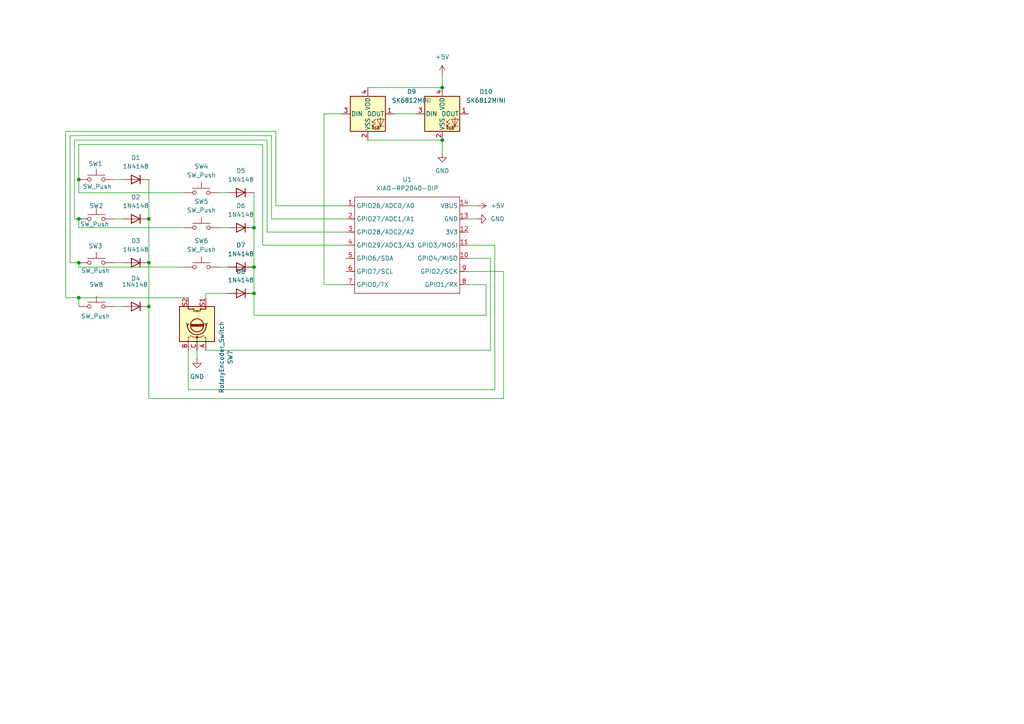
<source format=kicad_sch>
(kicad_sch (version 20250114) (generator "eeschema") (generator_version "9.0")
  (paper "A4")
  (lib_symbols
    (symbol "Device:RotaryEncoder_Switch" (pin_names (offset 0.254) (hide yes))
      (property "Reference" "SW" (at 0 6.604 0))
      (property "Value" "RotaryEncoder_Switch" (at 0 -6.604 0))
      (symbol "RotaryEncoder_Switch_0_1"
        (rectangle (start -5.08 5.08) (end 5.08 -5.08) (stroke (width 0.254)) (fill (type background)))
        (polyline (pts (xy -5.08 2.54) (xy -3.81 2.54) (xy -3.81 2.032)))
        (polyline (pts (xy -5.08 0) (xy -3.81 0) (xy -3.81 -1.016) (xy -3.302 -2.032)))
        (polyline (pts (xy -5.08 -2.54) (xy -3.81 -2.54) (xy -3.81 -2.032)))
        (polyline (pts (xy -4.318 0) (xy -3.81 0) (xy -3.81 1.016) (xy -3.302 2.032)))
        (circle (center -3.81 0) (radius 0.254) (fill (type outline)))
        (polyline (pts (xy -0.635 -1.778) (xy -0.635 1.778)) (stroke (width 0.254)))
        (circle (center -0.381 0) (radius 1.905) (stroke (width 0.254)))
        (polyline (pts (xy -0.381 -1.778) (xy -0.381 1.778)) (stroke (width 0.254)))
        (arc (start -0.381 -2.794) (mid -3.0988 -0.0635) (end -0.381 2.667) (stroke (width 0.254)))
        (polyline (pts (xy -0.127 1.778) (xy -0.127 -1.778)) (stroke (width 0.254)))
        (polyline (pts (xy 0.254 2.921) (xy -0.508 2.667) (xy 0.127 2.286)) (stroke (width 0.254)))
        (polyline (pts (xy 0.254 -3.048) (xy -0.508 -2.794) (xy 0.127 -2.413)) (stroke (width 0.254)))
        (polyline (pts (xy 3.81 1.016) (xy 3.81 -1.016)) (stroke (width 0.254)))
        (polyline (pts (xy 3.81 0) (xy 3.429 0)) (stroke (width 0.254)))
        (circle (center 4.318 1.016) (radius 0.127) (stroke (width 0.254)))
        (circle (center 4.318 -1.016) (radius 0.127) (stroke (width 0.254)))
        (polyline (pts (xy 5.08 2.54) (xy 4.318 2.54) (xy 4.318 1.016)) (stroke (width 0.254)))
        (polyline (pts (xy 5.08 -2.54) (xy 4.318 -2.54) (xy 4.318 -1.016)) (stroke (width 0.254)))
      )
      (symbol "RotaryEncoder_Switch_1_1"
        (pin passive line (at -7.62 2.54 0) (length 2.54) (name "A") (number "A"))
        (pin passive line (at -7.62 0 0) (length 2.54) (name "C") (number "C"))
        (pin passive line (at -7.62 -2.54 0) (length 2.54) (name "B") (number "B"))
        (pin passive line (at 7.62 2.54 180) (length 2.54) (name "S1") (number "S1"))
        (pin passive line (at 7.62 -2.54 180) (length 2.54) (name "S2") (number "S2"))
      )
    )
    (symbol "Diode:1N4148" (pin_numbers (hide yes)) (pin_names (hide yes))
      (property "Reference" "D" (at 0 2.54 0))
      (property "Value" "1N4148" (at 0 -2.54 0))
      (symbol "1N4148_0_1"
        (polyline (pts (xy -1.27 1.27) (xy -1.27 -1.27)) (stroke (width 0.254)))
        (polyline (pts (xy 1.27 1.27) (xy 1.27 -1.27) (xy -1.27 0) (xy 1.27 1.27)) (stroke (width 0.254)))
        (polyline (pts (xy 1.27 0) (xy -1.27 0)))
      )
      (symbol "1N4148_1_1"
        (pin passive line (at -3.81 0 0) (length 2.54) (name "K") (number "1"))
        (pin passive line (at 3.81 0 180) (length 2.54) (name "A") (number "2"))
      )
    )
    (symbol "LED:SK6812MINI" (pin_names (offset 0.254))
      (property "Reference" "D" (at 5.08 5.715 0))
      (property "Value" "SK6812MINI" (at 1.27 -5.715 0))
      (symbol "SK6812MINI_0_0"
        (text "RGB" (at 2.286 -4.191 0) (effects (font (size 0.762 0.762))))
      )
      (symbol "SK6812MINI_0_1"
        (polyline (pts (xy 1.27 -2.54) (xy 1.778 -2.54)))
        (polyline (pts (xy 1.27 -3.556) (xy 1.778 -3.556)))
        (polyline (pts (xy 2.286 -1.524) (xy 1.27 -2.54) (xy 1.27 -2.032)))
        (polyline (pts (xy 2.286 -2.54) (xy 1.27 -3.556) (xy 1.27 -3.048)))
        (polyline (pts (xy 3.683 -1.016) (xy 3.683 -3.556) (xy 3.683 -4.064)))
        (polyline (pts (xy 4.699 -1.524) (xy 2.667 -1.524) (xy 3.683 -3.556) (xy 4.699 -1.524)))
        (polyline (pts (xy 4.699 -3.556) (xy 2.667 -3.556)))
        (rectangle (start 5.08 5.08) (end -5.08 -5.08) (stroke (width 0.254)) (fill (type background)))
      )
      (symbol "SK6812MINI_1_1"
        (pin input line (at -7.62 0 0) (length 2.54) (name "DIN") (number "3"))
        (pin power_in line (at 0 7.62 270) (length 2.54) (name "VDD") (number "4"))
        (pin power_in line (at 0 -7.62 90) (length 2.54) (name "VSS") (number "2"))
        (pin output line (at 7.62 0 180) (length 2.54) (name "DOUT") (number "1"))
      )
    )
    (symbol "OPL:XIAO-RP2040-DIP"
      (property "Reference" "U" (at 0 0 0))
      (property "Value" "XIAO-RP2040-DIP" (at 5.334 -1.778 0))
      (symbol "XIAO-RP2040-DIP_1_0"
        (polyline (pts (xy -1.27 -2.54) (xy 29.21 -2.54)) (stroke (width 0.1524)))
        (polyline (pts (xy -1.27 -5.08) (xy -2.54 -5.08)) (stroke (width 0.1524)))
        (polyline (pts (xy -1.27 -5.08) (xy -1.27 -2.54)) (stroke (width 0.1524)))
        (polyline (pts (xy -1.27 -8.89) (xy -2.54 -8.89)) (stroke (width 0.1524)))
        (polyline (pts (xy -1.27 -8.89) (xy -1.27 -5.08)) (stroke (width 0.1524)))
        (polyline (pts (xy -1.27 -12.7) (xy -2.54 -12.7)) (stroke (width 0.1524)))
        (polyline (pts (xy -1.27 -12.7) (xy -1.27 -8.89)) (stroke (width 0.1524)))
        (polyline (pts (xy -1.27 -16.51) (xy -2.54 -16.51)) (stroke (width 0.1524)))
        (polyline (pts (xy -1.27 -16.51) (xy -1.27 -12.7)) (stroke (width 0.1524)))
        (polyline (pts (xy -1.27 -20.32) (xy -2.54 -20.32)) (stroke (width 0.1524)))
        (polyline (pts (xy -1.27 -24.13) (xy -2.54 -24.13)) (stroke (width 0.1524)))
        (polyline (pts (xy -1.27 -27.94) (xy -2.54 -27.94)) (stroke (width 0.1524)))
        (polyline (pts (xy -1.27 -30.48) (xy -1.27 -16.51)) (stroke (width 0.1524)))
        (polyline (pts (xy 29.21 -2.54) (xy 29.21 -5.08)) (stroke (width 0.1524)))
        (polyline (pts (xy 29.21 -5.08) (xy 29.21 -8.89)) (stroke (width 0.1524)))
        (polyline (pts (xy 29.21 -8.89) (xy 29.21 -12.7)) (stroke (width 0.1524)))
        (polyline (pts (xy 29.21 -12.7) (xy 29.21 -30.48)) (stroke (width 0.1524)))
        (polyline (pts (xy 29.21 -30.48) (xy -1.27 -30.48)) (stroke (width 0.1524)))
        (polyline (pts (xy 30.48 -5.08) (xy 29.21 -5.08)) (stroke (width 0.1524)))
        (polyline (pts (xy 30.48 -8.89) (xy 29.21 -8.89)) (stroke (width 0.1524)))
        (polyline (pts (xy 30.48 -12.7) (xy 29.21 -12.7)) (stroke (width 0.1524)))
        (polyline (pts (xy 30.48 -16.51) (xy 29.21 -16.51)) (stroke (width 0.1524)))
        (polyline (pts (xy 30.48 -20.32) (xy 29.21 -20.32)) (stroke (width 0.1524)))
        (polyline (pts (xy 30.48 -24.13) (xy 29.21 -24.13)) (stroke (width 0.1524)))
        (polyline (pts (xy 30.48 -27.94) (xy 29.21 -27.94)) (stroke (width 0.1524)))
        (pin passive line (at -3.81 -5.08 0) (length 2.54) (name "GPIO26/ADC0/A0") (number "1"))
        (pin passive line (at -3.81 -8.89 0) (length 2.54) (name "GPIO27/ADC1/A1") (number "2"))
        (pin passive line (at -3.81 -12.7 0) (length 2.54) (name "GPIO28/ADC2/A2") (number "3"))
        (pin passive line (at -3.81 -16.51 0) (length 2.54) (name "GPIO29/ADC3/A3") (number "4"))
        (pin passive line (at -3.81 -20.32 0) (length 2.54) (name "GPIO6/SDA") (number "5"))
        (pin passive line (at -3.81 -24.13 0) (length 2.54) (name "GPIO7/SCL") (number "6"))
        (pin passive line (at -3.81 -27.94 0) (length 2.54) (name "GPIO0/TX") (number "7"))
        (pin passive line (at 31.75 -5.08 180) (length 2.54) (name "VBUS") (number "14"))
        (pin passive line (at 31.75 -8.89 180) (length 2.54) (name "GND") (number "13"))
        (pin passive line (at 31.75 -12.7 180) (length 2.54) (name "3V3") (number "12"))
        (pin passive line (at 31.75 -16.51 180) (length 2.54) (name "GPIO3/MOSI") (number "11"))
        (pin passive line (at 31.75 -20.32 180) (length 2.54) (name "GPIO4/MISO") (number "10"))
        (pin passive line (at 31.75 -24.13 180) (length 2.54) (name "GPIO2/SCK") (number "9"))
        (pin passive line (at 31.75 -27.94 180) (length 2.54) (name "GPIO1/RX") (number "8"))
      )
    )
    (symbol "Switch:SW_Push" (pin_numbers (hide yes)) (pin_names (offset 1.016) (hide yes))
      (property "Reference" "SW" (at 1.27 2.54 0))
      (property "Value" "SW_Push" (at 0 -1.524 0))
      (symbol "SW_Push_0_1"
        (circle (center -2.032 0) (radius 0.508))
        (polyline (pts (xy 0 1.27) (xy 0 3.048)))
        (circle (center 2.032 0) (radius 0.508))
        (polyline (pts (xy 2.54 1.27) (xy -2.54 1.27)))
        (pin passive line (at -5.08 0 0) (length 2.54) (name "1") (number "1"))
        (pin passive line (at 5.08 0 180) (length 2.54) (name "2") (number "2"))
      )
    )
    (symbol "power:+5V" (power) (pin_numbers (hide yes)) (pin_names (offset 0) (hide yes))
      (property "Value" "+5V" (at 0 3.556 0))
      (symbol "+5V_0_1"
        (polyline (pts (xy -0.762 1.27) (xy 0 2.54)))
        (polyline (pts (xy 0 2.54) (xy 0.762 1.27)))
        (polyline (pts (xy 0 0) (xy 0 2.54)))
      )
      (symbol "+5V_1_1"
        (pin power_in line (at 0 0 90) (length 0) (name "~") (number "1"))
      )
    )
    (symbol "power:GND" (power) (pin_numbers (hide yes)) (pin_names (offset 0) (hide yes))
      (property "Value" "GND" (at 0 -3.81 0))
      (symbol "GND_0_1"
        (polyline (pts (xy 0 0) (xy 0 -1.27) (xy 1.27 -1.27) (xy 0 -2.54) (xy -1.27 -1.27) (xy 0 -1.27)))
      )
      (symbol "GND_1_1"
        (pin power_in line (at 0 0 270) (length 0) (name "~") (number "1"))
      )
    )
  )
  (junction (at 22.86 86.36))
  (junction (at 128.27 25.4))
  (junction (at 22.86 63.5))
  (junction (at 43.18 88.9))
  (junction (at 73.66 77.47))
  (junction (at 73.66 85.09))
  (junction (at 43.18 76.2))
  (junction (at 43.18 63.5))
  (junction (at 73.66 66.04))
  (junction (at 128.27 40.64))
  (junction (at 22.86 76.2))
  (junction (at 22.86 52.07))
  (wire (pts (xy 66.04 85.09) (xy 59.69 85.09)))
  (wire (pts (xy 33.02 88.9) (xy 35.56 88.9)))
  (wire (pts (xy 143.51 71.12) (xy 135.89 71.12)))
  (wire (pts (xy 142.24 101.6) (xy 142.24 74.93)))
  (wire (pts (xy 22.86 77.47) (xy 22.86 76.2)))
  (wire (pts (xy 22.86 63.5) (xy 21.59 63.5)))
  (wire (pts (xy 22.86 86.36) (xy 22.86 88.9)))
  (wire (pts (xy 77.47 67.31) (xy 100.33 67.31)))
  (wire (pts (xy 140.97 82.55) (xy 140.97 91.44)))
  (wire (pts (xy 73.66 55.88) (xy 73.66 66.04)))
  (wire (pts (xy 22.86 76.2) (xy 20.32 76.2)))
  (wire (pts (xy 93.98 33.02) (xy 99.06 33.02)))
  (wire (pts (xy 146.05 78.74) (xy 146.05 115.57)))
  (wire (pts (xy 128.27 40.64) (xy 128.27 44.45)))
  (wire (pts (xy 78.74 63.5) (xy 100.33 63.5)))
  (wire (pts (xy 63.5 66.04) (xy 66.04 66.04)))
  (wire (pts (xy 59.69 101.6) (xy 142.24 101.6)))
  (wire (pts (xy 43.18 76.2) (xy 43.18 88.9)))
  (wire (pts (xy 19.05 38.1) (xy 80.01 38.1)))
  (wire (pts (xy 21.59 63.5) (xy 21.59 40.64)))
  (wire (pts (xy 106.68 25.4) (xy 128.27 25.4)))
  (wire (pts (xy 22.86 41.91) (xy 76.2 41.91)))
  (wire (pts (xy 80.01 59.69) (xy 100.33 59.69)))
  (wire (pts (xy 135.89 82.55) (xy 140.97 82.55)))
  (wire (pts (xy 80.01 38.1) (xy 80.01 59.69)))
  (wire (pts (xy 22.86 55.88) (xy 53.34 55.88)))
  (wire (pts (xy 63.5 77.47) (xy 66.04 77.47)))
  (wire (pts (xy 77.47 40.64) (xy 77.47 67.31)))
  (wire (pts (xy 143.51 113.03) (xy 143.51 71.12)))
  (wire (pts (xy 76.2 71.12) (xy 100.33 71.12)))
  (wire (pts (xy 22.86 66.04) (xy 22.86 63.5)))
  (wire (pts (xy 54.61 113.03) (xy 143.51 113.03)))
  (wire (pts (xy 43.18 63.5) (xy 43.18 76.2)))
  (wire (pts (xy 59.69 85.09) (xy 59.69 86.36)))
  (wire (pts (xy 76.2 41.91) (xy 76.2 71.12)))
  (wire (pts (xy 33.02 52.07) (xy 35.56 52.07)))
  (wire (pts (xy 21.59 40.64) (xy 77.47 40.64)))
  (wire (pts (xy 73.66 77.47) (xy 73.66 85.09)))
  (wire (pts (xy 43.18 115.57) (xy 43.18 88.9)))
  (wire (pts (xy 33.02 76.2) (xy 35.56 76.2)))
  (wire (pts (xy 19.05 86.36) (xy 19.05 38.1)))
  (wire (pts (xy 33.02 63.5) (xy 35.56 63.5)))
  (wire (pts (xy 128.27 21.59) (xy 128.27 25.4)))
  (wire (pts (xy 22.86 86.36) (xy 19.05 86.36)))
  (wire (pts (xy 78.74 39.37) (xy 78.74 63.5)))
  (wire (pts (xy 114.3 33.02) (xy 120.65 33.02)))
  (wire (pts (xy 43.18 115.57) (xy 146.05 115.57)))
  (wire (pts (xy 20.32 76.2) (xy 20.32 39.37)))
  (wire (pts (xy 73.66 77.47) (xy 73.66 66.04)))
  (wire (pts (xy 142.24 74.93) (xy 135.89 74.93)))
  (wire (pts (xy 135.89 63.5) (xy 138.43 63.5)))
  (wire (pts (xy 135.89 78.74) (xy 146.05 78.74)))
  (wire (pts (xy 93.98 33.02) (xy 93.98 82.55)))
  (wire (pts (xy 54.61 86.36) (xy 22.86 86.36)))
  (wire (pts (xy 106.68 40.64) (xy 128.27 40.64)))
  (wire (pts (xy 53.34 66.04) (xy 22.86 66.04)))
  (wire (pts (xy 135.89 59.69) (xy 138.43 59.69)))
  (wire (pts (xy 22.86 55.88) (xy 22.86 52.07)))
  (wire (pts (xy 20.32 39.37) (xy 78.74 39.37)))
  (wire (pts (xy 53.34 77.47) (xy 22.86 77.47)))
  (wire (pts (xy 63.5 55.88) (xy 66.04 55.88)))
  (wire (pts (xy 140.97 91.44) (xy 73.66 91.44)))
  (wire (pts (xy 43.18 52.07) (xy 43.18 63.5)))
  (wire (pts (xy 100.33 82.55) (xy 93.98 82.55)))
  (wire (pts (xy 54.61 101.6) (xy 54.61 113.03)))
  (wire (pts (xy 73.66 91.44) (xy 73.66 85.09)))
  (wire (pts (xy 22.86 52.07) (xy 22.86 41.91)))
  (wire (pts (xy 57.15 101.6) (xy 57.15 104.14)))
  (symbol (lib_id "Device:RotaryEncoder_Switch") (at 57.15 93.98 270) (mirror x) (unit 1)
    (property "Reference" "SW7" (at 66.802 103.632 0))
    (property "Value" "RotaryEncoder_Switch" (at 64.262 103.632 0))
    (property "Footprint" "Rotary_Encoder:RotaryEncoder_Alps_EC11E-Switch_Vertical_H20mm_MountingHoles" (effects (hide yes)))
    (property "Description" "Rotary encoder, dual channel, incremental quadrate outputs, with switch" (effects (hide yes)))
  )
  (symbol (lib_id "Diode:1N4148") (at 69.85 85.09 180) (unit 1)
    (property "Reference" "D8" (at 69.85 78.74 0))
    (property "Value" "1N4148" (at 69.85 81.28 0))
    (property "Footprint" "Diode_THT:D_DO-35_SOD27_P7.62mm_Horizontal" (effects (hide yes)))
    (property "Datasheet" "https://assets.nexperia.com/documents/data-sheet/1N4148_1N4448.pdf" (effects (hide yes)))
    (property "Description" "100V 0.15A standard switching diode, DO-35" (effects (hide yes)))
    (property "Sim.Device" "D" (effects (hide yes)))
    (property "Sim.Pins" "1=K 2=A" (effects (hide yes)))
  )
  (symbol (lib_id "power:GND") (at 138.43 63.5 90) (unit 1)
    (property "Reference" "#PWR02" (effects (hide yes)))
    (property "Value" "GND" (at 142.24 63.4999 90) (effects (justify right)))
    (property "Description" "Power symbol creates a global label with name \"GND\" , ground" (effects (hide yes)))
  )
  (symbol (lib_id "OPL:XIAO-RP2040-DIP") (at 104.14 54.61 0) (unit 1)
    (property "Reference" "U1" (at 118.11 52.07 0))
    (property "Value" "XIAO-RP2040-DIP" (at 118.11 54.61 0))
    (property "Footprint" "Seeed Studio XIAO Series Library:XIAO-RP2040-DIP" (effects (hide yes)))
    (property "Datasheet" "https://wiki.seeedstudio.com/XIAO-RP2040/" (effects (hide yes)))
  )
  (symbol (lib_id "Diode:1N4148") (at 39.37 63.5 180) (unit 1)
    (property "Reference" "D2" (at 39.37 57.15 0))
    (property "Value" "1N4148" (at 39.37 59.69 0))
    (property "Footprint" "Diode_THT:D_DO-35_SOD27_P7.62mm_Horizontal" (effects (hide yes)))
    (property "Datasheet" "https://assets.nexperia.com/documents/data-sheet/1N4148_1N4448.pdf" (effects (hide yes)))
    (property "Description" "100V 0.15A standard switching diode, DO-35" (effects (hide yes)))
    (property "Sim.Device" "D" (effects (hide yes)))
    (property "Sim.Pins" "1=K 2=A" (effects (hide yes)))
  )
  (symbol (lib_id "Diode:1N4148") (at 39.37 52.07 180) (unit 1)
    (property "Reference" "D1" (at 39.37 45.72 0))
    (property "Value" "1N4148" (at 39.37 48.26 0))
    (property "Footprint" "Diode_THT:D_DO-35_SOD27_P7.62mm_Horizontal" (effects (hide yes)))
    (property "Datasheet" "https://assets.nexperia.com/documents/data-sheet/1N4148_1N4448.pdf" (effects (hide yes)))
    (property "Description" "100V 0.15A standard switching diode, DO-35" (effects (hide yes)))
    (property "Sim.Device" "D" (effects (hide yes)))
    (property "Sim.Pins" "1=K 2=A" (effects (hide yes)))
  )
  (symbol (lib_id "Diode:1N4148") (at 69.85 55.88 180) (unit 1)
    (property "Reference" "D5" (at 69.85 49.53 0))
    (property "Value" "1N4148" (at 69.85 52.07 0))
    (property "Footprint" "Diode_THT:D_DO-35_SOD27_P7.62mm_Horizontal" (effects (hide yes)))
    (property "Datasheet" "https://assets.nexperia.com/documents/data-sheet/1N4148_1N4448.pdf" (effects (hide yes)))
    (property "Description" "100V 0.15A standard switching diode, DO-35" (effects (hide yes)))
    (property "Sim.Device" "D" (effects (hide yes)))
    (property "Sim.Pins" "1=K 2=A" (effects (hide yes)))
  )
  (symbol (lib_id "Switch:SW_Push") (at 58.42 77.47 0) (unit 1)
    (property "Reference" "SW6" (at 58.42 69.85 0))
    (property "Value" "SW_Push" (at 58.42 72.39 0))
    (property "Footprint" "Button_Switch_Keyboard:SW_Cherry_MX_1.00u_PCB" (effects (hide yes)))
    (property "Datasheet" "https://cdn.sparkfun.com/datasheets/Components/Switches/MX%20Series.pdf" (effects (hide yes)))
    (property "Description" "Push button switch, generic, two pins" (effects (hide yes)))
  )
  (symbol (lib_id "Diode:1N4148") (at 39.37 76.2 180) (unit 1)
    (property "Reference" "D3" (at 39.37 69.85 0))
    (property "Value" "1N4148" (at 39.37 72.39 0))
    (property "Footprint" "Diode_THT:D_DO-35_SOD27_P7.62mm_Horizontal" (effects (hide yes)))
    (property "Datasheet" "https://assets.nexperia.com/documents/data-sheet/1N4148_1N4448.pdf" (effects (hide yes)))
    (property "Description" "100V 0.15A standard switching diode, DO-35" (effects (hide yes)))
    (property "Sim.Device" "D" (effects (hide yes)))
    (property "Sim.Pins" "1=K 2=A" (effects (hide yes)))
  )
  (symbol (lib_id "Diode:1N4148") (at 69.85 77.47 180) (unit 1)
    (property "Reference" "D7" (at 69.85 71.12 0))
    (property "Value" "1N4148" (at 69.85 73.66 0))
    (property "Footprint" "Diode_THT:D_DO-35_SOD27_P7.62mm_Horizontal" (effects (hide yes)))
    (property "Datasheet" "https://assets.nexperia.com/documents/data-sheet/1N4148_1N4448.pdf" (effects (hide yes)))
    (property "Description" "100V 0.15A standard switching diode, DO-35" (effects (hide yes)))
    (property "Sim.Device" "D" (effects (hide yes)))
    (property "Sim.Pins" "1=K 2=A" (effects (hide yes)))
  )
  (symbol (lib_id "power:GND") (at 57.15 104.14 0) (unit 1)
    (property "Reference" "#PWR03" (effects (hide yes)))
    (property "Value" "GND" (at 57.15 109.22 0))
    (property "Description" "Power symbol creates a global label with name \"GND\" , ground" (effects (hide yes)))
  )
  (symbol (lib_id "Switch:SW_Push") (at 58.42 55.88 0) (unit 1)
    (property "Reference" "SW4" (at 58.42 48.26 0))
    (property "Value" "SW_Push" (at 58.42 50.8 0))
    (property "Footprint" "Button_Switch_Keyboard:SW_Cherry_MX_1.00u_PCB" (effects (hide yes)))
    (property "Datasheet" "https://cdn.sparkfun.com/datasheets/Components/Switches/MX%20Series.pdf" (effects (hide yes)))
    (property "Description" "Push button switch, generic, two pins" (effects (hide yes)))
  )
  (symbol (lib_id "Switch:SW_Push") (at 58.42 66.04 0) (unit 1)
    (property "Reference" "SW5" (at 58.42 58.42 0))
    (property "Value" "SW_Push" (at 58.42 60.96 0))
    (property "Footprint" "Button_Switch_Keyboard:SW_Cherry_MX_1.00u_PCB" (effects (hide yes)))
    (property "Datasheet" "https://cdn.sparkfun.com/datasheets/Components/Switches/MX%20Series.pdf" (effects (hide yes)))
    (property "Description" "Push button switch, generic, two pins" (effects (hide yes)))
  )
  (symbol (lib_id "Switch:SW_Push") (at 27.94 76.2 0) (unit 1)
    (property "Reference" "SW3" (at 27.686 71.374 0))
    (property "Value" "SW_Push" (at 27.686 78.486 0))
    (property "Footprint" "Button_Switch_Keyboard:SW_Cherry_MX_1.00u_PCB" (effects (hide yes)))
    (property "Datasheet" "https://cdn.sparkfun.com/datasheets/Components/Switches/MX%20Series.pdf" (effects (hide yes)))
    (property "Description" "Push button switch, generic, two pins" (effects (hide yes)))
  )
  (symbol (lib_id "power:+5V") (at 128.27 21.59 0) (unit 1)
    (property "Reference" "#PWR05" (effects (hide yes)))
    (property "Value" "+5V" (at 128.27 16.51 0))
    (property "Description" "Power symbol creates a global label with name \"+5V\"" (effects (hide yes)))
  )
  (symbol (lib_id "Diode:1N4148") (at 69.85 66.04 180) (unit 1)
    (property "Reference" "D6" (at 69.85 59.69 0))
    (property "Value" "1N4148" (at 69.85 62.23 0))
    (property "Footprint" "Diode_THT:D_DO-35_SOD27_P7.62mm_Horizontal" (effects (hide yes)))
    (property "Datasheet" "https://assets.nexperia.com/documents/data-sheet/1N4148_1N4448.pdf" (effects (hide yes)))
    (property "Description" "100V 0.15A standard switching diode, DO-35" (effects (hide yes)))
    (property "Sim.Device" "D" (effects (hide yes)))
    (property "Sim.Pins" "1=K 2=A" (effects (hide yes)))
  )
  (symbol (lib_id "Switch:SW_Push") (at 27.94 63.5 0) (unit 1)
    (property "Reference" "SW2" (at 27.94 59.69 0))
    (property "Value" "SW_Push" (at 27.432 65.024 0))
    (property "Footprint" "Button_Switch_Keyboard:SW_Cherry_MX_1.00u_PCB" (effects (hide yes)))
    (property "Datasheet" "https://cdn.sparkfun.com/datasheets/Components/Switches/MX%20Series.pdf" (effects (hide yes)))
    (property "Description" "Push button switch, generic, two pins" (effects (hide yes)))
  )
  (symbol (lib_id "Switch:SW_Push") (at 27.94 52.07 0) (unit 1)
    (property "Reference" "SW1" (at 27.686 47.498 0))
    (property "Value" "SW_Push" (at 28.194 54.102 0))
    (property "Footprint" "Button_Switch_Keyboard:SW_Cherry_MX_1.00u_PCB" (effects (hide yes)))
    (property "Datasheet" "https://cdn.sparkfun.com/datasheets/Components/Switches/MX%20Series.pdf" (effects (hide yes)))
    (property "Description" "Push button switch, generic, two pins" (effects (hide yes)))
  )
  (symbol (lib_id "Switch:SW_Push") (at 27.94 88.9 0) (unit 1)
    (property "Reference" "SW8" (at 27.94 82.55 0))
    (property "Value" "SW_Push" (at 27.686 91.694 0))
    (property "Footprint" "Button_Switch_Keyboard:SW_Cherry_MX_1.00u_PCB" (effects (hide yes)))
    (property "Datasheet" "https://cdn.sparkfun.com/datasheets/Components/Switches/MX%20Series.pdf" (effects (hide yes)))
    (property "Description" "Push button switch, generic, two pins" (effects (hide yes)))
  )
  (symbol (lib_id "power:+5V") (at 138.43 59.69 270) (unit 1)
    (property "Reference" "#PWR01" (effects (hide yes)))
    (property "Value" "+5V" (at 142.24 59.6899 90) (effects (justify left)))
    (property "Description" "Power symbol creates a global label with name \"+5V\"" (effects (hide yes)))
  )
  (symbol (lib_id "LED:SK6812MINI") (at 106.68 33.02 0) (unit 1)
    (property "Reference" "D9" (at 119.38 26.5998 0))
    (property "Value" "SK6812MINI" (at 119.38 29.1398 0))
    (property "Footprint" "Meine_Bauteile:MX_SK6812MINI-E_REV" (effects (hide yes)))
    (property "Datasheet" "https://cdn-shop.adafruit.com/product-files/2686/SK6812MINI_REV.01-1-2.pdf" (effects (hide yes)))
    (property "Description" "RGB LED with integrated controller" (effects (hide yes)))
  )
  (symbol (lib_id "Diode:1N4148") (at 39.37 88.9 180) (unit 1)
    (property "Reference" "D4" (at 39.37 80.772 0))
    (property "Value" "1N4148" (at 39.116 82.55 0))
    (property "Footprint" "Diode_THT:D_DO-35_SOD27_P7.62mm_Horizontal" (effects (hide yes)))
    (property "Datasheet" "https://assets.nexperia.com/documents/data-sheet/1N4148_1N4448.pdf" (effects (hide yes)))
    (property "Description" "100V 0.15A standard switching diode, DO-35" (effects (hide yes)))
    (property "Sim.Device" "D" (effects (hide yes)))
    (property "Sim.Pins" "1=K 2=A" (effects (hide yes)))
  )
  (symbol (lib_id "LED:SK6812MINI") (at 128.27 33.02 0) (unit 1)
    (property "Reference" "D10" (at 140.97 26.5998 0))
    (property "Value" "SK6812MINI" (at 140.97 29.1398 0))
    (property "Footprint" "Meine_Bauteile:MX_SK6812MINI-E_REV" (effects (hide yes)))
    (property "Datasheet" "https://cdn-shop.adafruit.com/product-files/2686/SK6812MINI_REV.01-1-2.pdf" (effects (hide yes)))
    (property "Description" "RGB LED with integrated controller" (effects (hide yes)))
  )
  (symbol (lib_id "power:GND") (at 128.27 44.45 0) (unit 1)
    (property "Reference" "#PWR04" (effects (hide yes)))
    (property "Value" "GND" (at 128.27 49.53 0))
    (property "Description" "Power symbol creates a global label with name \"GND\" , ground" (effects (hide yes)))
  )
)
</source>
